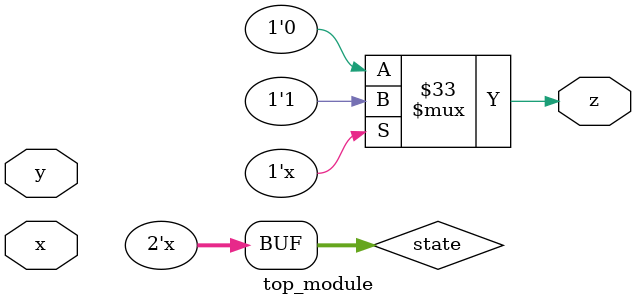
<source format=sv>
module top_module(
  input x,
  input y,
  output z);

  reg [1:0] state;
  initial state = 2'b00;

  always @(x, y)
  begin
    case(state)
      0:  if(x==1'b0 && y==1'b0)
            state = 2'b01;
          else if(x==1'b1 && y==1'b0)
            state = 2'b00;
          else if(x==1'b0 && y==1'b1)
            state = 2'b10;
          else
            state = 2'b00;
      1:  if(x==1'b0 && y==1'b0)
            state = 2'b01;
          else if(x==1'b1 && y==1'b0)
            state = 2'b00;
          else if(x==1'b0 && y==1'b1)
            state = 2'b10;
          else
            state = 2'b00;
      2:  if(x==1'b0 && y==1'b0)
            state = 2'b01;
          else if(x==1'b1 && y==1'b0)
            state = 2'b00;
          else if(x==1'b0 && y==1'b1)
            state = 2'b10;
          else if(x==1'b1 && y==1'b1)
            state = 2'b11;
          else
            state = 2'b00;
    endcase
  end

  assign z = (state == 2'b11) ? 1'b1 : 1'b0;

endmodule

</source>
